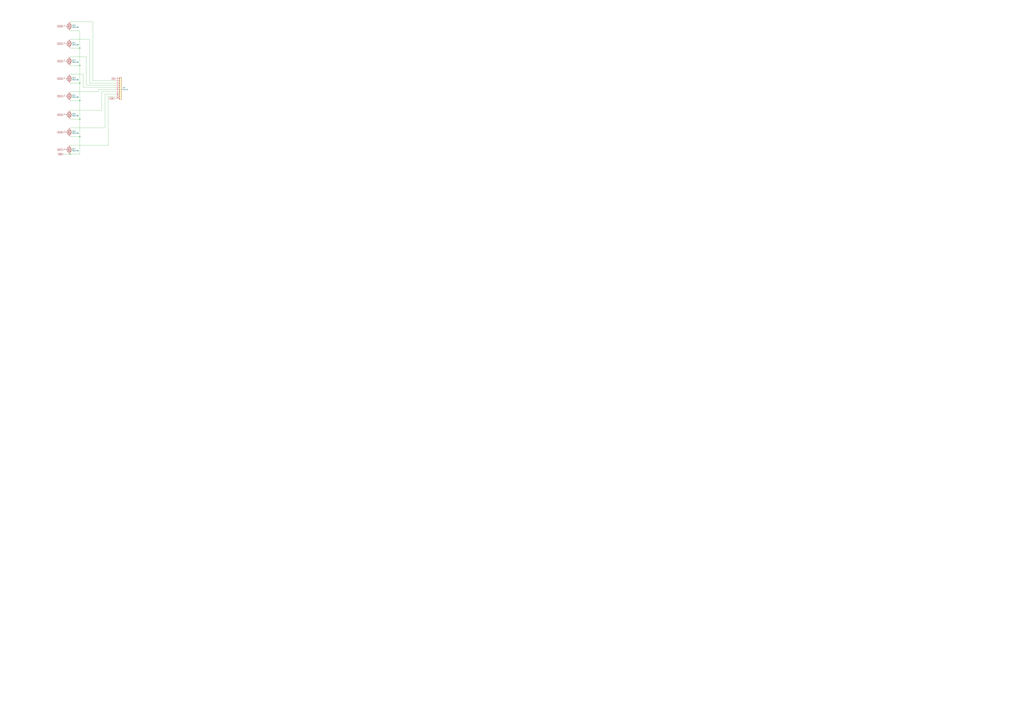
<source format=kicad_sch>
(kicad_sch (version 20250114) (generator "eeschema") (generator_version "9.0")
  (paper "A0")
  (title_block (title "Relay Drivers") (date "2021-02-09") (rev "1") (company "Wimble Robotics"))
  (lib_symbols
    (symbol "TeensyMonitorV5-rescue:BSS138-Transistor_FET" (pin_names (hide yes))
      (property "Reference" "Q" (at 5.08 1.905 0))
      (property "Value" "BSS138-Transistor_FET" (at 5.08 0 0))
      (symbol "BSS138-Transistor_FET_0_1"
        (polyline (pts (xy 0.254 1.905) (xy 0.254 -1.905)) (stroke (width 0.254)))
        (polyline (pts (xy 0.254 0) (xy -2.54 0)))
        (polyline (pts (xy 0.762 2.286) (xy 0.762 1.27)) (stroke (width 0.254)))
        (polyline (pts (xy 0.762 0.508) (xy 0.762 -0.508)) (stroke (width 0.254)))
        (polyline (pts (xy 0.762 -1.27) (xy 0.762 -2.286)) (stroke (width 0.254)))
        (polyline (pts (xy 0.762 -1.778) (xy 3.302 -1.778) (xy 3.302 1.778) (xy 0.762 1.778)))
        (polyline (pts (xy 1.016 0) (xy 2.032 0.381) (xy 2.032 -0.381) (xy 1.016 0)) (fill (type outline)))
        (circle (center 1.651 0) (radius 2.794) (stroke (width 0.254)))
        (polyline (pts (xy 2.54 2.54) (xy 2.54 1.778)))
        (circle (center 2.54 1.778) (radius 0.254) (fill (type outline)))
        (circle (center 2.54 -1.778) (radius 0.254) (fill (type outline)))
        (polyline (pts (xy 2.54 -2.54) (xy 2.54 0) (xy 0.762 0)))
        (polyline (pts (xy 2.794 0.508) (xy 2.921 0.381) (xy 3.683 0.381) (xy 3.81 0.254)))
        (polyline (pts (xy 3.302 0.381) (xy 2.921 -0.254) (xy 3.683 -0.254) (xy 3.302 0.381)))
      )
      (symbol "BSS138-Transistor_FET_1_1"
        (pin input line (at -5.08 0 0) (length 2.54) (name "G") (number "1"))
        (pin passive line (at 2.54 5.08 270) (length 2.54) (name "D") (number "3"))
        (pin passive line (at 2.54 -5.08 90) (length 2.54) (name "S") (number "2"))
      )
    )
    (symbol "TeensyMonitorV5-rescue:Conn_01x10-Connector_Generic" (pin_names (offset 1.016) (hide yes))
      (property "Reference" "J" (at 0 12.7 0))
      (property "Value" "Conn_01x10-Connector_Generic" (at 0 -15.24 0))
      (symbol "Conn_01x10-Connector_Generic_1_1"
        (rectangle (start -1.27 11.43) (end 1.27 -13.97) (stroke (width 0.254)) (fill (type background)))
        (rectangle (start -1.27 10.287) (end 0 10.033) (stroke (width 0.1524)))
        (rectangle (start -1.27 7.747) (end 0 7.493) (stroke (width 0.1524)))
        (rectangle (start -1.27 5.207) (end 0 4.953) (stroke (width 0.1524)))
        (rectangle (start -1.27 2.667) (end 0 2.413) (stroke (width 0.1524)))
        (rectangle (start -1.27 0.127) (end 0 -0.127) (stroke (width 0.1524)))
        (rectangle (start -1.27 -2.413) (end 0 -2.667) (stroke (width 0.1524)))
        (rectangle (start -1.27 -4.953) (end 0 -5.207) (stroke (width 0.1524)))
        (rectangle (start -1.27 -7.493) (end 0 -7.747) (stroke (width 0.1524)))
        (rectangle (start -1.27 -10.033) (end 0 -10.287) (stroke (width 0.1524)))
        (rectangle (start -1.27 -12.573) (end 0 -12.827) (stroke (width 0.1524)))
        (pin passive line (at -5.08 10.16 0) (length 3.81) (name "Pin_1") (number "1"))
        (pin passive line (at -5.08 7.62 0) (length 3.81) (name "Pin_2") (number "2"))
        (pin passive line (at -5.08 5.08 0) (length 3.81) (name "Pin_3") (number "3"))
        (pin passive line (at -5.08 2.54 0) (length 3.81) (name "Pin_4") (number "4"))
        (pin passive line (at -5.08 0 0) (length 3.81) (name "Pin_5") (number "5"))
        (pin passive line (at -5.08 -2.54 0) (length 3.81) (name "Pin_6") (number "6"))
        (pin passive line (at -5.08 -5.08 0) (length 3.81) (name "Pin_7") (number "7"))
        (pin passive line (at -5.08 -7.62 0) (length 3.81) (name "Pin_8") (number "8"))
        (pin passive line (at -5.08 -10.16 0) (length 3.81) (name "Pin_9") (number "9"))
        (pin passive line (at -5.08 -12.7 0) (length 3.81) (name "Pin_10") (number "10"))
      )
    )
  )
  (junction (at 92.71 116.84))
  (junction (at 81.28 179.07))
  (junction (at 92.71 96.52))
  (junction (at 92.71 138.43))
  (junction (at 92.71 76.2))
  (junction (at 92.71 55.88))
  (junction (at 92.71 158.75))
  (wire (pts (xy 125.73 168.91) (xy 81.28 168.91)))
  (wire (pts (xy 121.92 148.59) (xy 81.28 148.59)))
  (wire (pts (xy 96.52 86.36) (xy 81.28 86.36)))
  (wire (pts (xy 81.28 116.84) (xy 92.71 116.84)))
  (wire (pts (xy 81.28 158.75) (xy 92.71 158.75)))
  (wire (pts (xy 92.71 96.52) (xy 92.71 116.84)))
  (wire (pts (xy 81.28 96.52) (xy 92.71 96.52)))
  (wire (pts (xy 100.33 66.04) (xy 81.28 66.04)))
  (wire (pts (xy 134.62 96.52) (xy 104.14 96.52)))
  (wire (pts (xy 81.28 55.88) (xy 92.71 55.88)))
  (wire (pts (xy 92.71 116.84) (xy 92.71 138.43)))
  (wire (pts (xy 81.28 76.2) (xy 92.71 76.2)))
  (wire (pts (xy 104.14 45.72) (xy 81.28 45.72)))
  (wire (pts (xy 100.33 66.04) (xy 100.33 99.06)))
  (wire (pts (xy 134.62 106.68) (xy 118.11 106.68)))
  (wire (pts (xy 134.62 109.22) (xy 121.92 109.22)))
  (wire (pts (xy 81.28 35.56) (xy 92.71 35.56)))
  (wire (pts (xy 121.92 109.22) (xy 121.92 148.59)))
  (wire (pts (xy 118.11 128.27) (xy 81.28 128.27)))
  (wire (pts (xy 92.71 35.56) (xy 92.71 55.88)))
  (wire (pts (xy 134.62 93.98) (xy 107.95 93.98)))
  (wire (pts (xy 107.95 93.98) (xy 107.95 25.4)))
  (wire (pts (xy 92.71 138.43) (xy 92.71 158.75)))
  (wire (pts (xy 92.71 76.2) (xy 92.71 96.52)))
  (wire (pts (xy 81.28 138.43) (xy 92.71 138.43)))
  (wire (pts (xy 92.71 158.75) (xy 92.71 179.07)))
  (wire (pts (xy 92.71 55.88) (xy 92.71 76.2)))
  (wire (pts (xy 73.66 179.07) (xy 81.28 179.07)))
  (wire (pts (xy 134.62 101.6) (xy 96.52 101.6)))
  (wire (pts (xy 125.73 111.76) (xy 125.73 168.91)))
  (wire (pts (xy 107.95 25.4) (xy 81.28 25.4)))
  (wire (pts (xy 134.62 99.06) (xy 100.33 99.06)))
  (wire (pts (xy 114.3 104.14) (xy 114.3 106.68)))
  (wire (pts (xy 114.3 104.14) (xy 134.62 104.14)))
  (wire (pts (xy 104.14 45.72) (xy 104.14 96.52)))
  (wire (pts (xy 134.62 111.76) (xy 125.73 111.76)))
  (wire (pts (xy 118.11 106.68) (xy 118.11 128.27)))
  (wire (pts (xy 114.3 106.68) (xy 81.28 106.68)))
  (wire (pts (xy 96.52 86.36) (xy 96.52 101.6)))
  (wire (pts (xy 92.71 179.07) (xy 81.28 179.07)))
  (wire (pts (xy 133.35 114.3) (xy 134.62 114.3)))
  (global_label "GND" (shape input) (at 133.35 114.3 180) (property "Intersheetrefs" "${INTERSHEET_REFS}" (effects (hide yes))))
  (global_label "GND" (shape input) (at 73.66 179.07 180) (property "Intersheetrefs" "${INTERSHEET_REFS}" (effects (hide yes))))
  (global_label "RLY2" (shape input) (at 73.66 71.12 180) (property "Intersheetrefs" "${INTERSHEET_REFS}" (effects (hide yes))))
  (global_label "RLY4" (shape input) (at 73.66 111.76 180) (property "Intersheetrefs" "${INTERSHEET_REFS}" (effects (hide yes))))
  (global_label "RLY0" (shape input) (at 73.66 30.48 180) (property "Intersheetrefs" "${INTERSHEET_REFS}" (effects (hide yes))))
  (global_label "RLY6" (shape input) (at 73.66 153.67 180) (property "Intersheetrefs" "${INTERSHEET_REFS}" (effects (hide yes))))
  (global_label "RLY1" (shape input) (at 73.66 50.8 180) (property "Intersheetrefs" "${INTERSHEET_REFS}" (effects (hide yes))))
  (global_label "5V" (shape input) (at 134.62 91.44 180) (property "Intersheetrefs" "${INTERSHEET_REFS}" (effects (hide yes))))
  (global_label "RLY3" (shape input) (at 73.66 91.44 180) (property "Intersheetrefs" "${INTERSHEET_REFS}" (effects (hide yes))))
  (global_label "RLY7" (shape input) (at 73.66 173.99 180) (property "Intersheetrefs" "${INTERSHEET_REFS}" (effects (hide yes))))
  (global_label "RLY5" (shape input) (at 73.66 133.35 180) (property "Intersheetrefs" "${INTERSHEET_REFS}" (effects (hide yes))))
  (symbol (lib_id "TeensyMonitorV5-rescue:BSS138-Transistor_FET") (at 78.74 30.48 0) (unit 1)
    (property "Reference" "Q40" (at 83.9216 29.3116 0) (effects (justify left)))
    (property "Value" "BSS138" (at 83.9216 31.623 0) (effects (justify left)))
    (property "Footprint" "Package_TO_SOT_SMD:SOT-23" (effects (hide yes)))
    (property "Datasheet" "https://www.onsemi.com/pub/Collateral/BSS138-D.PDF" (effects (hide yes)))
    (property "LCSC" "BSS138LT1G" (effects (hide yes)))
  )
  (symbol (lib_id "TeensyMonitorV5-rescue:BSS138-Transistor_FET") (at 78.74 50.8 0) (unit 1)
    (property "Reference" "Q41" (at 83.9216 49.6316 0) (effects (justify left)))
    (property "Value" "BSS138" (at 83.9216 51.943 0) (effects (justify left)))
    (property "Footprint" "Package_TO_SOT_SMD:SOT-23" (effects (hide yes)))
    (property "Datasheet" "https://www.onsemi.com/pub/Collateral/BSS138-D.PDF" (effects (hide yes)))
    (property "LCSC" "BSS138LT1G" (effects (hide yes)))
  )
  (symbol (lib_id "TeensyMonitorV5-rescue:BSS138-Transistor_FET") (at 78.74 71.12 0) (unit 1)
    (property "Reference" "Q42" (at 83.9216 69.9516 0) (effects (justify left)))
    (property "Value" "BSS138" (at 83.9216 72.263 0) (effects (justify left)))
    (property "Footprint" "Package_TO_SOT_SMD:SOT-23" (effects (hide yes)))
    (property "Datasheet" "https://www.onsemi.com/pub/Collateral/BSS138-D.PDF" (effects (hide yes)))
    (property "LCSC" "BSS138LT1G" (effects (hide yes)))
  )
  (symbol (lib_id "TeensyMonitorV5-rescue:BSS138-Transistor_FET") (at 78.74 111.76 0) (unit 1)
    (property "Reference" "Q44" (at 83.9216 110.5916 0) (effects (justify left)))
    (property "Value" "BSS138" (at 83.9216 112.903 0) (effects (justify left)))
    (property "Footprint" "Package_TO_SOT_SMD:SOT-23" (effects (hide yes)))
    (property "Datasheet" "https://www.onsemi.com/pub/Collateral/BSS138-D.PDF" (effects (hide yes)))
    (property "LCSC" "BSS138LT1G" (effects (hide yes)))
  )
  (symbol (lib_id "TeensyMonitorV5-rescue:BSS138-Transistor_FET") (at 78.74 91.44 0) (unit 1)
    (property "Reference" "Q43" (at 83.9216 90.2716 0) (effects (justify left)))
    (property "Value" "BSS138" (at 83.9216 92.583 0) (effects (justify left)))
    (property "Footprint" "Package_TO_SOT_SMD:SOT-23" (effects (hide yes)))
    (property "Datasheet" "https://www.onsemi.com/pub/Collateral/BSS138-D.PDF" (effects (hide yes)))
    (property "LCSC" "BSS138LT1G" (effects (hide yes)))
  )
  (symbol (lib_id "TeensyMonitorV5-rescue:BSS138-Transistor_FET") (at 78.74 133.35 0) (unit 1)
    (property "Reference" "Q45" (at 83.9216 132.1816 0) (effects (justify left)))
    (property "Value" "BSS138" (at 83.9216 134.493 0) (effects (justify left)))
    (property "Footprint" "Package_TO_SOT_SMD:SOT-23" (effects (hide yes)))
    (property "Datasheet" "https://www.onsemi.com/pub/Collateral/BSS138-D.PDF" (effects (hide yes)))
    (property "LCSC" "BSS138LT1G" (effects (hide yes)))
  )
  (symbol (lib_id "TeensyMonitorV5-rescue:BSS138-Transistor_FET") (at 78.74 153.67 0) (unit 1)
    (property "Reference" "Q46" (at 83.9216 152.5016 0) (effects (justify left)))
    (property "Value" "BSS138" (at 83.9216 154.813 0) (effects (justify left)))
    (property "Footprint" "Package_TO_SOT_SMD:SOT-23" (effects (hide yes)))
    (property "Datasheet" "https://www.onsemi.com/pub/Collateral/BSS138-D.PDF" (effects (hide yes)))
    (property "LCSC" "BSS138LT1G" (effects (hide yes)))
  )
  (symbol (lib_id "TeensyMonitorV5-rescue:BSS138-Transistor_FET") (at 78.74 173.99 0) (unit 1)
    (property "Reference" "Q47" (at 83.9216 172.8216 0) (effects (justify left)))
    (property "Value" "BSS138" (at 83.9216 175.133 0) (effects (justify left)))
    (property "Footprint" "Package_TO_SOT_SMD:SOT-23" (effects (hide yes)))
    (property "Datasheet" "https://www.onsemi.com/pub/Collateral/BSS138-D.PDF" (effects (hide yes)))
    (property "LCSC" "BSS138LT1G" (effects (hide yes)))
  )
  (symbol (lib_id "TeensyMonitorV5-rescue:Conn_01x10-Connector_Generic") (at 139.7 101.6 0) (unit 1)
    (property "Reference" "J40" (at 141.732 101.8032 0) (effects (justify left)))
    (property "Value" "RELAYS" (at 141.732 104.1146 0) (effects (justify left)))
    (property "Footprint" "Connector_Molex:533751010" (effects (hide yes)))
    (property "LCSC" "C124372" (effects (hide yes)))
  )
)
</source>
